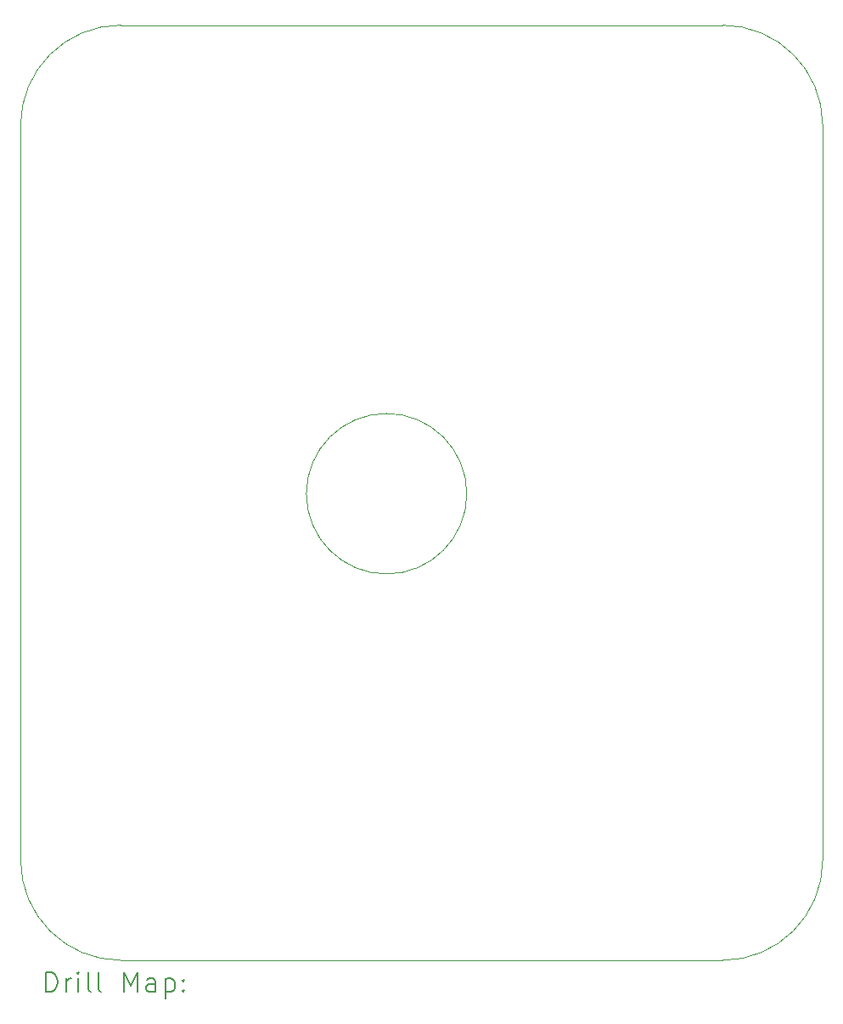
<source format=gbr>
%FSLAX45Y45*%
G04 Gerber Fmt 4.5, Leading zero omitted, Abs format (unit mm)*
G04 Created by KiCad (PCBNEW (6.0.1)) date 2022-04-29 11:40:35*
%MOMM*%
%LPD*%
G01*
G04 APERTURE LIST*
%TA.AperFunction,Profile*%
%ADD10C,0.050000*%
%TD*%
%TA.AperFunction,Profile*%
%ADD11C,0.100000*%
%TD*%
%ADD12C,0.200000*%
G04 APERTURE END LIST*
D10*
X12450000Y-9850000D02*
G75*
G03*
X12450000Y-9850000I-800000J0D01*
G01*
X9000000Y-5177500D02*
G75*
G03*
X8000000Y-6177500I0J-1000000D01*
G01*
D11*
X8000000Y-13502500D02*
X8000000Y-6177500D01*
X16000000Y-6177500D02*
X16000000Y-13502500D01*
D10*
X16000000Y-6177500D02*
G75*
G03*
X15000000Y-5177500I-1000000J0D01*
G01*
D11*
X9000000Y-5177500D02*
X15000000Y-5177500D01*
D10*
X8000000Y-13502500D02*
G75*
G03*
X9000000Y-14502500I1000000J0D01*
G01*
D11*
X15000000Y-14502500D02*
X9000000Y-14502500D01*
D10*
X15000000Y-14502500D02*
G75*
G03*
X16000000Y-13502500I0J1000000D01*
G01*
D12*
X8252619Y-14817976D02*
X8252619Y-14617976D01*
X8300238Y-14617976D01*
X8328809Y-14627500D01*
X8347857Y-14646548D01*
X8357381Y-14665595D01*
X8366905Y-14703690D01*
X8366905Y-14732262D01*
X8357381Y-14770357D01*
X8347857Y-14789405D01*
X8328809Y-14808452D01*
X8300238Y-14817976D01*
X8252619Y-14817976D01*
X8452619Y-14817976D02*
X8452619Y-14684643D01*
X8452619Y-14722738D02*
X8462143Y-14703690D01*
X8471667Y-14694167D01*
X8490714Y-14684643D01*
X8509762Y-14684643D01*
X8576429Y-14817976D02*
X8576429Y-14684643D01*
X8576429Y-14617976D02*
X8566905Y-14627500D01*
X8576429Y-14637024D01*
X8585952Y-14627500D01*
X8576429Y-14617976D01*
X8576429Y-14637024D01*
X8700238Y-14817976D02*
X8681190Y-14808452D01*
X8671667Y-14789405D01*
X8671667Y-14617976D01*
X8805000Y-14817976D02*
X8785952Y-14808452D01*
X8776429Y-14789405D01*
X8776429Y-14617976D01*
X9033571Y-14817976D02*
X9033571Y-14617976D01*
X9100238Y-14760833D01*
X9166905Y-14617976D01*
X9166905Y-14817976D01*
X9347857Y-14817976D02*
X9347857Y-14713214D01*
X9338333Y-14694167D01*
X9319286Y-14684643D01*
X9281190Y-14684643D01*
X9262143Y-14694167D01*
X9347857Y-14808452D02*
X9328810Y-14817976D01*
X9281190Y-14817976D01*
X9262143Y-14808452D01*
X9252619Y-14789405D01*
X9252619Y-14770357D01*
X9262143Y-14751309D01*
X9281190Y-14741786D01*
X9328810Y-14741786D01*
X9347857Y-14732262D01*
X9443095Y-14684643D02*
X9443095Y-14884643D01*
X9443095Y-14694167D02*
X9462143Y-14684643D01*
X9500238Y-14684643D01*
X9519286Y-14694167D01*
X9528810Y-14703690D01*
X9538333Y-14722738D01*
X9538333Y-14779881D01*
X9528810Y-14798928D01*
X9519286Y-14808452D01*
X9500238Y-14817976D01*
X9462143Y-14817976D01*
X9443095Y-14808452D01*
X9624048Y-14798928D02*
X9633571Y-14808452D01*
X9624048Y-14817976D01*
X9614524Y-14808452D01*
X9624048Y-14798928D01*
X9624048Y-14817976D01*
X9624048Y-14694167D02*
X9633571Y-14703690D01*
X9624048Y-14713214D01*
X9614524Y-14703690D01*
X9624048Y-14694167D01*
X9624048Y-14713214D01*
M02*

</source>
